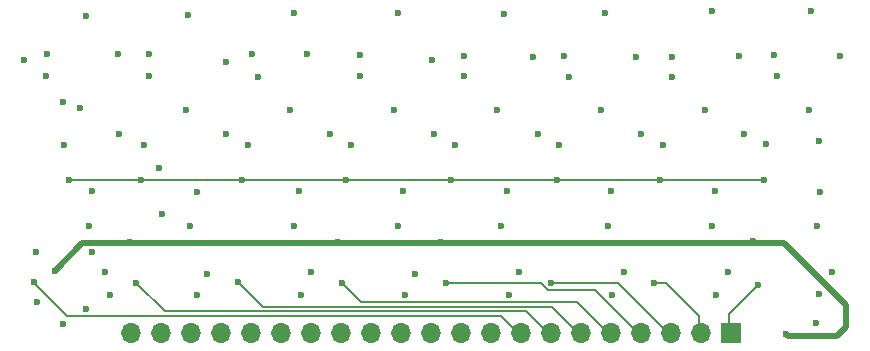
<source format=gbr>
%TF.GenerationSoftware,KiCad,Pcbnew,8.0.8*%
%TF.CreationDate,2025-10-03T14:44:35+02:00*%
%TF.ProjectId,REG8bit-SMD-V3.0,52454738-6269-4742-9d53-4d442d56332e,rev?*%
%TF.SameCoordinates,Original*%
%TF.FileFunction,Copper,L3,Inr*%
%TF.FilePolarity,Positive*%
%FSLAX46Y46*%
G04 Gerber Fmt 4.6, Leading zero omitted, Abs format (unit mm)*
G04 Created by KiCad (PCBNEW 8.0.8) date 2025-10-03 14:44:35*
%MOMM*%
%LPD*%
G01*
G04 APERTURE LIST*
%TA.AperFunction,ComponentPad*%
%ADD10O,1.700000X1.700000*%
%TD*%
%TA.AperFunction,ComponentPad*%
%ADD11R,1.700000X1.700000*%
%TD*%
%TA.AperFunction,ViaPad*%
%ADD12C,0.600000*%
%TD*%
%TA.AperFunction,Conductor*%
%ADD13C,0.500000*%
%TD*%
%TA.AperFunction,Conductor*%
%ADD14C,0.200000*%
%TD*%
G04 APERTURE END LIST*
D10*
%TO.N,VCC*%
%TO.C,J2*%
X59500000Y-131700000D03*
%TO.N,Earth*%
X62040000Y-131700000D03*
%TO.N,/RST*%
X64580000Y-131700000D03*
%TO.N,/R*%
X67120000Y-131700000D03*
%TO.N,/W*%
X69660000Y-131700000D03*
%TO.N,Net-(J2-Pin_16)*%
X72200000Y-131700000D03*
%TO.N,Net-(J2-Pin_15)*%
X74740000Y-131700000D03*
%TO.N,Net-(J2-Pin_14)*%
X77280000Y-131700000D03*
%TO.N,Net-(J2-Pin_13)*%
X79820000Y-131700000D03*
%TO.N,Net-(J2-Pin_12)*%
X82360000Y-131700000D03*
%TO.N,Net-(J2-Pin_11)*%
X84900000Y-131700000D03*
%TO.N,Net-(J2-Pin_10)*%
X87440000Y-131700000D03*
%TO.N,Net-(J2-Pin_9)*%
X89980000Y-131700000D03*
%TO.N,Net-(J2-Pin_8)*%
X92520000Y-131700000D03*
%TO.N,Net-(J2-Pin_7)*%
X95060000Y-131700000D03*
%TO.N,Net-(J2-Pin_6)*%
X97600000Y-131700000D03*
%TO.N,Net-(J2-Pin_5)*%
X100140000Y-131700000D03*
%TO.N,Net-(J2-Pin_4)*%
X102680000Y-131700000D03*
%TO.N,Net-(J2-Pin_3)*%
X105220000Y-131700000D03*
%TO.N,Net-(J2-Pin_2)*%
X107760000Y-131700000D03*
D11*
%TO.N,Net-(J2-Pin_1)*%
X110300000Y-131700000D03*
%TD*%
D12*
%TO.N,VCC*%
X112169541Y-123980459D03*
X50500000Y-108600000D03*
X85819541Y-124030459D03*
X77034541Y-124045459D03*
X68127015Y-124114892D03*
X106100000Y-124150000D03*
X96900000Y-124150000D03*
X115000000Y-131800000D03*
X120100000Y-130900000D03*
X59432041Y-124042959D03*
X51500000Y-124900000D03*
X55700000Y-129700000D03*
X53100000Y-126449999D03*
%TO.N,Earth*%
X117843750Y-119756250D03*
X109000000Y-119700000D03*
X100200000Y-119712500D03*
X91100000Y-104700000D03*
X65093750Y-119806250D03*
X51600000Y-129100000D03*
X113340552Y-115753052D03*
X104600000Y-115812500D03*
X95800000Y-115812500D03*
X87000000Y-115812500D03*
X91393750Y-119706250D03*
X73800000Y-119712500D03*
X117500000Y-130900000D03*
X118900000Y-126600000D03*
X110100000Y-126600000D03*
X101300000Y-126600000D03*
X92400000Y-126600000D03*
X83600000Y-126700000D03*
X74800000Y-126600000D03*
X66000000Y-126700000D03*
X57300000Y-126600000D03*
X60600000Y-115812500D03*
X69400000Y-115812500D03*
X78200000Y-115812500D03*
X82600000Y-119712500D03*
X61900000Y-117800000D03*
X62200000Y-121700000D03*
X53875000Y-115812500D03*
X56200000Y-119712500D03*
X53800000Y-112200000D03*
X52400000Y-108100000D03*
X58400000Y-108100000D03*
X61100000Y-108100000D03*
X67600000Y-108800000D03*
X69800000Y-108100000D03*
X74400000Y-108100000D03*
X78922492Y-108177508D03*
X87700000Y-108300000D03*
X85000000Y-108600000D03*
X93600000Y-108400000D03*
X96200000Y-108300000D03*
X102300000Y-108400000D03*
X105300000Y-108400000D03*
X111000000Y-108300000D03*
X114000000Y-108200000D03*
X119600000Y-108300000D03*
X117100000Y-104500000D03*
X108700000Y-104500000D03*
X99700000Y-104600000D03*
X82100000Y-104600000D03*
X73300000Y-104600000D03*
X64400000Y-104800000D03*
X55700000Y-104900000D03*
%TO.N,/R*%
X67600000Y-114900000D03*
X76400000Y-114900000D03*
X85200000Y-114900000D03*
X94000000Y-114900000D03*
X102700000Y-114900000D03*
X111400000Y-114900000D03*
X117800000Y-115500000D03*
X58500000Y-114900000D03*
X53800000Y-131000000D03*
%TO.N,Net-(Q1-D)*%
X56200000Y-124900000D03*
X64500000Y-122700000D03*
X73300000Y-122700000D03*
X82100000Y-122700000D03*
X90900000Y-122700000D03*
X99900000Y-122700000D03*
X108700000Y-122700000D03*
X117600000Y-122700000D03*
X56000000Y-122700000D03*
%TO.N,Net-(Q77-D)*%
X114200000Y-110000000D03*
X116962500Y-112825000D03*
%TO.N,Net-(Q67-D)*%
X108162500Y-112825000D03*
X105300000Y-110100000D03*
%TO.N,Net-(Q57-D)*%
X99362500Y-112825000D03*
X96600000Y-110100000D03*
%TO.N,Net-(Q47-D)*%
X90562500Y-112825000D03*
X87700000Y-110000000D03*
%TO.N,Net-(Q37-D)*%
X81762500Y-112825000D03*
X78900000Y-110000000D03*
%TO.N,Net-(Q27-D)*%
X72962500Y-112825000D03*
X70300000Y-110100000D03*
%TO.N,Net-(Q17-D)*%
X64162500Y-112825000D03*
X61100000Y-110000000D03*
%TO.N,/RST*%
X104300000Y-118800000D03*
X68900000Y-118800000D03*
X77700000Y-118800000D03*
X54300000Y-118800000D03*
X60400000Y-118800000D03*
X113100000Y-118800000D03*
X95600000Y-118800000D03*
X86600000Y-118800000D03*
%TO.N,Net-(Q10-D)*%
X52300000Y-110000000D03*
X55200000Y-112700000D03*
%TO.N,Net-(J2-Pin_1)*%
X112600000Y-127700000D03*
%TO.N,Net-(J2-Pin_3)*%
X95100000Y-127500000D03*
%TO.N,/W*%
X73900000Y-128500000D03*
X109100000Y-128500000D03*
X117800000Y-128400000D03*
X65100000Y-128500000D03*
X91500000Y-128500000D03*
X57800000Y-128500000D03*
X82700000Y-128500000D03*
X100300000Y-128500000D03*
%TO.N,Net-(J2-Pin_2)*%
X103800000Y-127500000D03*
%TO.N,Net-(J2-Pin_4)*%
X86200000Y-127500000D03*
%TO.N,Net-(J2-Pin_8)*%
X51300000Y-127400000D03*
%TO.N,Net-(J2-Pin_7)*%
X60000000Y-127500000D03*
%TO.N,Net-(J2-Pin_6)*%
X68600000Y-127400000D03*
%TO.N,Net-(J2-Pin_5)*%
X77400000Y-127500000D03*
%TD*%
D13*
%TO.N,VCC*%
X79800000Y-124150000D02*
X88400000Y-124150000D01*
X55399999Y-124150000D02*
X79800000Y-124150000D01*
X88400000Y-124150000D02*
X96900000Y-124150000D01*
X96900000Y-124150000D02*
X114850000Y-124150000D01*
X115200000Y-132000000D02*
X115000000Y-131800000D01*
X120100000Y-130900000D02*
X120100000Y-131200000D01*
X120100000Y-129400000D02*
X120100000Y-130900000D01*
X120100000Y-131200000D02*
X119300000Y-132000000D01*
X119300000Y-132000000D02*
X115200000Y-132000000D01*
X114850000Y-124150000D02*
X120100000Y-129400000D01*
X53100000Y-126449999D02*
X55399999Y-124150000D01*
D14*
%TO.N,Net-(J2-Pin_8)*%
X51300000Y-127500000D02*
X51300000Y-127400000D01*
X90880000Y-130300000D02*
X54100000Y-130300000D01*
X54100000Y-130300000D02*
X51300000Y-127500000D01*
X92380000Y-131800000D02*
X90880000Y-130300000D01*
%TO.N,Net-(J2-Pin_7)*%
X62400000Y-129900000D02*
X60000000Y-127500000D01*
X93020000Y-129900000D02*
X62400000Y-129900000D01*
X94920000Y-131800000D02*
X93020000Y-129900000D01*
%TO.N,Net-(J2-Pin_6)*%
X95160000Y-129500000D02*
X70700000Y-129500000D01*
X70700000Y-129500000D02*
X68600000Y-127400000D01*
X97460000Y-131800000D02*
X95160000Y-129500000D01*
%TO.N,Net-(J2-Pin_5)*%
X79000000Y-129100000D02*
X77400000Y-127500000D01*
X97300000Y-129100000D02*
X79000000Y-129100000D01*
X100000000Y-131800000D02*
X97300000Y-129100000D01*
%TO.N,Net-(J2-Pin_4)*%
X94851471Y-128100000D02*
X94251471Y-127500000D01*
X94251471Y-127500000D02*
X86200000Y-127500000D01*
X98840000Y-128100000D02*
X94851471Y-128100000D01*
X102540000Y-131800000D02*
X98840000Y-128100000D01*
%TO.N,Net-(J2-Pin_3)*%
X100780000Y-127500000D02*
X95100000Y-127500000D01*
X105080000Y-131800000D02*
X100780000Y-127500000D01*
%TO.N,Net-(J2-Pin_2)*%
X107620000Y-130320000D02*
X104800000Y-127500000D01*
X107620000Y-131800000D02*
X107620000Y-130320000D01*
X104800000Y-127500000D02*
X103800000Y-127500000D01*
%TO.N,Net-(J2-Pin_1)*%
X110160000Y-131800000D02*
X110160000Y-130140000D01*
X110160000Y-130140000D02*
X112600000Y-127700000D01*
%TO.N,/RST*%
X86600000Y-118800000D02*
X95600000Y-118800000D01*
X104300000Y-118800000D02*
X113100000Y-118800000D01*
X68900000Y-118800000D02*
X77700000Y-118800000D01*
X60400000Y-118800000D02*
X68900000Y-118800000D01*
X95600000Y-118800000D02*
X104300000Y-118800000D01*
X54300000Y-118800000D02*
X60400000Y-118800000D01*
X77700000Y-118800000D02*
X86600000Y-118800000D01*
%TD*%
M02*

</source>
